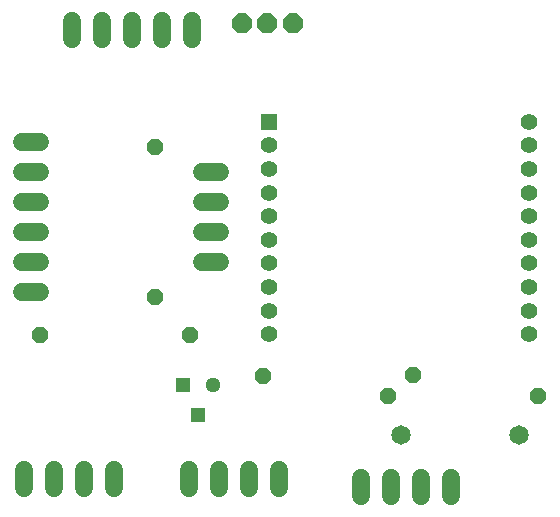
<source format=gtl>
G04 EAGLE Gerber RS-274X export*
G75*
%MOMM*%
%FSLAX34Y34*%
%LPD*%
%INTop Copper*%
%IPPOS*%
%AMOC8*
5,1,8,0,0,1.08239X$1,22.5*%
G01*
%ADD10C,1.651000*%
%ADD11P,1.814519X8X202.500000*%
%ADD12C,1.524000*%
%ADD13P,1.429621X8X202.500000*%
%ADD14P,1.429621X8X112.500000*%
%ADD15P,1.429621X8X202.600000*%
%ADD16C,1.422400*%
%ADD17R,1.422400X1.422400*%
%ADD18C,1.295400*%
%ADD19R,1.295400X1.295400*%


D10*
X370370Y88138D03*
X470370Y88138D03*
D11*
X278384Y437388D03*
X256794Y437388D03*
X235204Y437388D03*
D12*
X64770Y336550D02*
X49530Y336550D01*
X49530Y311150D02*
X64770Y311150D01*
X64770Y285750D02*
X49530Y285750D01*
X49530Y260350D02*
X64770Y260350D01*
X64770Y234950D02*
X49530Y234950D01*
X49530Y209550D02*
X64770Y209550D01*
X201930Y234950D02*
X217170Y234950D01*
X217170Y260350D02*
X201930Y260350D01*
X201930Y285750D02*
X217170Y285750D01*
X217170Y311150D02*
X201930Y311150D01*
X91948Y423164D02*
X91948Y438404D01*
X117348Y438404D02*
X117348Y423164D01*
X142748Y423164D02*
X142748Y438404D01*
X168148Y438404D02*
X168148Y423164D01*
X193548Y423164D02*
X193548Y438404D01*
D13*
X191516Y172720D03*
X64516Y172720D03*
D14*
X161544Y204724D03*
X161544Y331724D03*
D15*
X380492Y138795D03*
X253492Y138573D03*
D13*
X486156Y121158D03*
X359156Y121158D03*
D16*
X258300Y173450D03*
X258300Y193450D03*
X258300Y213450D03*
X258300Y233450D03*
X258300Y253450D03*
X258300Y273450D03*
X258300Y293450D03*
X258300Y313450D03*
X258300Y333450D03*
D17*
X258300Y353450D03*
D16*
X478300Y173450D03*
X478300Y193450D03*
X478300Y213450D03*
X478300Y233450D03*
X478300Y253450D03*
X478300Y273450D03*
X478300Y293450D03*
X478300Y313450D03*
X478300Y333450D03*
X478300Y353450D03*
D18*
X211328Y130302D03*
D19*
X198628Y104902D03*
X185928Y130302D03*
D12*
X50800Y58420D02*
X50800Y43180D01*
X76200Y43180D02*
X76200Y58420D01*
X101600Y58420D02*
X101600Y43180D01*
X127000Y43180D02*
X127000Y58420D01*
X266700Y58420D02*
X266700Y43180D01*
X241300Y43180D02*
X241300Y58420D01*
X215900Y58420D02*
X215900Y43180D01*
X190500Y43180D02*
X190500Y58420D01*
X336550Y52070D02*
X336550Y36830D01*
X361950Y36830D02*
X361950Y52070D01*
X387350Y52070D02*
X387350Y36830D01*
X412750Y36830D02*
X412750Y52070D01*
M02*

</source>
